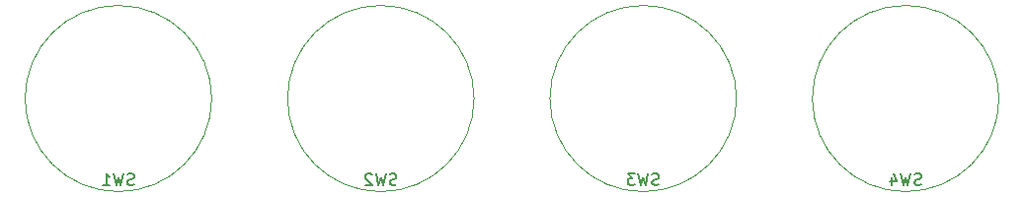
<source format=gbr>
%TF.GenerationSoftware,KiCad,Pcbnew,5.1.9-73d0e3b20d~88~ubuntu20.04.1*%
%TF.CreationDate,2021-02-21T12:43:02+01:00*%
%TF.ProjectId,input-board,696e7075-742d-4626-9f61-72642e6b6963,rev?*%
%TF.SameCoordinates,Original*%
%TF.FileFunction,Legend,Bot*%
%TF.FilePolarity,Positive*%
%FSLAX46Y46*%
G04 Gerber Fmt 4.6, Leading zero omitted, Abs format (unit mm)*
G04 Created by KiCad (PCBNEW 5.1.9-73d0e3b20d~88~ubuntu20.04.1) date 2021-02-21 12:43:02*
%MOMM*%
%LPD*%
G01*
G04 APERTURE LIST*
%ADD10C,0.120000*%
%ADD11C,0.150000*%
G04 APERTURE END LIST*
D10*
%TO.C,SW3*%
X153000000Y-30000000D02*
G75*
G03*
X153000000Y-30000000I-8000000J0D01*
G01*
%TO.C,SW1*%
X108000000Y-30000000D02*
G75*
G03*
X108000000Y-30000000I-8000000J0D01*
G01*
%TO.C,SW4*%
X175500000Y-30000000D02*
G75*
G03*
X175500000Y-30000000I-8000000J0D01*
G01*
%TO.C,SW2*%
X130500000Y-30000000D02*
G75*
G03*
X130500000Y-30000000I-8000000J0D01*
G01*
%TD*%
%TO.C,SW3*%
D11*
X146333333Y-37404761D02*
X146190476Y-37452380D01*
X145952380Y-37452380D01*
X145857142Y-37404761D01*
X145809523Y-37357142D01*
X145761904Y-37261904D01*
X145761904Y-37166666D01*
X145809523Y-37071428D01*
X145857142Y-37023809D01*
X145952380Y-36976190D01*
X146142857Y-36928571D01*
X146238095Y-36880952D01*
X146285714Y-36833333D01*
X146333333Y-36738095D01*
X146333333Y-36642857D01*
X146285714Y-36547619D01*
X146238095Y-36500000D01*
X146142857Y-36452380D01*
X145904761Y-36452380D01*
X145761904Y-36500000D01*
X145428571Y-36452380D02*
X145190476Y-37452380D01*
X145000000Y-36738095D01*
X144809523Y-37452380D01*
X144571428Y-36452380D01*
X144285714Y-36452380D02*
X143666666Y-36452380D01*
X144000000Y-36833333D01*
X143857142Y-36833333D01*
X143761904Y-36880952D01*
X143714285Y-36928571D01*
X143666666Y-37023809D01*
X143666666Y-37261904D01*
X143714285Y-37357142D01*
X143761904Y-37404761D01*
X143857142Y-37452380D01*
X144142857Y-37452380D01*
X144238095Y-37404761D01*
X144285714Y-37357142D01*
%TO.C,SW1*%
X101333333Y-37404761D02*
X101190476Y-37452380D01*
X100952380Y-37452380D01*
X100857142Y-37404761D01*
X100809523Y-37357142D01*
X100761904Y-37261904D01*
X100761904Y-37166666D01*
X100809523Y-37071428D01*
X100857142Y-37023809D01*
X100952380Y-36976190D01*
X101142857Y-36928571D01*
X101238095Y-36880952D01*
X101285714Y-36833333D01*
X101333333Y-36738095D01*
X101333333Y-36642857D01*
X101285714Y-36547619D01*
X101238095Y-36500000D01*
X101142857Y-36452380D01*
X100904761Y-36452380D01*
X100761904Y-36500000D01*
X100428571Y-36452380D02*
X100190476Y-37452380D01*
X100000000Y-36738095D01*
X99809523Y-37452380D01*
X99571428Y-36452380D01*
X98666666Y-37452380D02*
X99238095Y-37452380D01*
X98952380Y-37452380D02*
X98952380Y-36452380D01*
X99047619Y-36595238D01*
X99142857Y-36690476D01*
X99238095Y-36738095D01*
%TO.C,SW4*%
X168833333Y-37404761D02*
X168690476Y-37452380D01*
X168452380Y-37452380D01*
X168357142Y-37404761D01*
X168309523Y-37357142D01*
X168261904Y-37261904D01*
X168261904Y-37166666D01*
X168309523Y-37071428D01*
X168357142Y-37023809D01*
X168452380Y-36976190D01*
X168642857Y-36928571D01*
X168738095Y-36880952D01*
X168785714Y-36833333D01*
X168833333Y-36738095D01*
X168833333Y-36642857D01*
X168785714Y-36547619D01*
X168738095Y-36500000D01*
X168642857Y-36452380D01*
X168404761Y-36452380D01*
X168261904Y-36500000D01*
X167928571Y-36452380D02*
X167690476Y-37452380D01*
X167500000Y-36738095D01*
X167309523Y-37452380D01*
X167071428Y-36452380D01*
X166261904Y-36785714D02*
X166261904Y-37452380D01*
X166500000Y-36404761D02*
X166738095Y-37119047D01*
X166119047Y-37119047D01*
%TO.C,SW2*%
X123833333Y-37404761D02*
X123690476Y-37452380D01*
X123452380Y-37452380D01*
X123357142Y-37404761D01*
X123309523Y-37357142D01*
X123261904Y-37261904D01*
X123261904Y-37166666D01*
X123309523Y-37071428D01*
X123357142Y-37023809D01*
X123452380Y-36976190D01*
X123642857Y-36928571D01*
X123738095Y-36880952D01*
X123785714Y-36833333D01*
X123833333Y-36738095D01*
X123833333Y-36642857D01*
X123785714Y-36547619D01*
X123738095Y-36500000D01*
X123642857Y-36452380D01*
X123404761Y-36452380D01*
X123261904Y-36500000D01*
X122928571Y-36452380D02*
X122690476Y-37452380D01*
X122500000Y-36738095D01*
X122309523Y-37452380D01*
X122071428Y-36452380D01*
X121738095Y-36547619D02*
X121690476Y-36500000D01*
X121595238Y-36452380D01*
X121357142Y-36452380D01*
X121261904Y-36500000D01*
X121214285Y-36547619D01*
X121166666Y-36642857D01*
X121166666Y-36738095D01*
X121214285Y-36880952D01*
X121785714Y-37452380D01*
X121166666Y-37452380D01*
%TD*%
M02*

</source>
